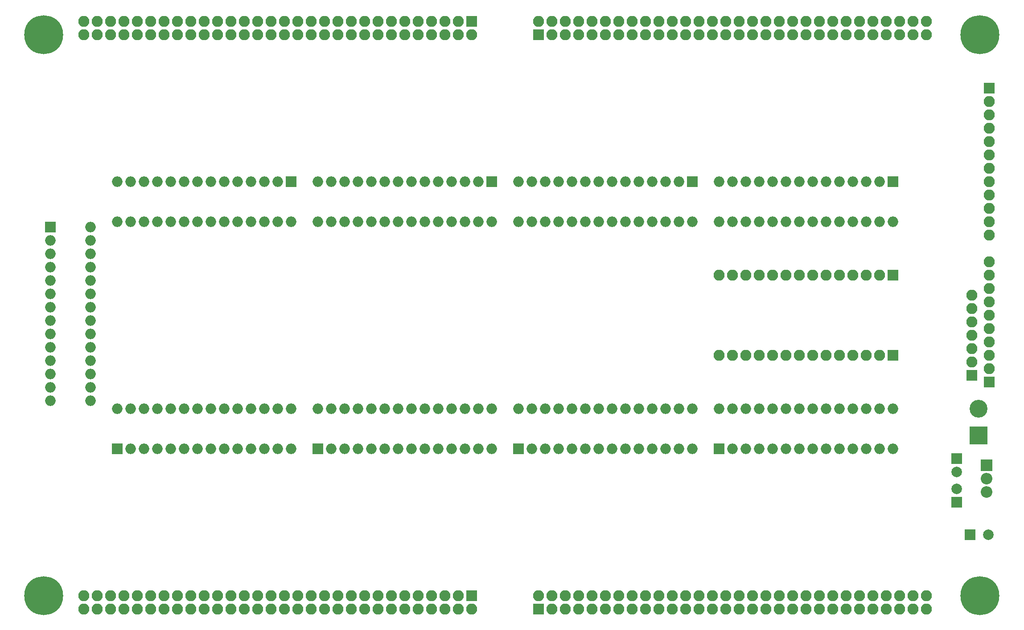
<source format=gbs>
G04 #@! TF.FileFunction,Soldermask,Bot*
%FSLAX46Y46*%
G04 Gerber Fmt 4.6, Leading zero omitted, Abs format (unit mm)*
G04 Created by KiCad (PCBNEW (2015-09-07 BZR 6168)-product) date Monday, March 05, 2018 'PMt' 11:48:28 PM*
%MOMM*%
G01*
G04 APERTURE LIST*
%ADD10C,0.100000*%
%ADD11R,2.100000X2.100000*%
%ADD12O,2.100000X2.100000*%
%ADD13R,3.400000X3.400000*%
%ADD14C,3.400000*%
%ADD15R,2.000000X2.000000*%
%ADD16O,2.000000X2.000000*%
%ADD17C,7.400000*%
%ADD18R,2.200000X2.200000*%
%ADD19O,2.200000X2.200000*%
%ADD20C,2.000000*%
G04 APERTURE END LIST*
D10*
D11*
X235458000Y-48260000D03*
D12*
X235458000Y-50800000D03*
X235458000Y-53340000D03*
X235458000Y-55880000D03*
X235458000Y-58420000D03*
X235458000Y-60960000D03*
X235458000Y-63500000D03*
X235458000Y-66040000D03*
X235458000Y-68580000D03*
X235458000Y-71120000D03*
X235458000Y-73660000D03*
X235458000Y-76200000D03*
D11*
X235458000Y-104140000D03*
D12*
X235458000Y-101600000D03*
X235458000Y-99060000D03*
X235458000Y-96520000D03*
X235458000Y-93980000D03*
X235458000Y-91440000D03*
X235458000Y-88900000D03*
X235458000Y-86360000D03*
X235458000Y-83820000D03*
X235458000Y-81280000D03*
D11*
X217170000Y-83820000D03*
D12*
X214630000Y-83820000D03*
X212090000Y-83820000D03*
X209550000Y-83820000D03*
X207010000Y-83820000D03*
X204470000Y-83820000D03*
X201930000Y-83820000D03*
X199390000Y-83820000D03*
X196850000Y-83820000D03*
X194310000Y-83820000D03*
X191770000Y-83820000D03*
X189230000Y-83820000D03*
X186690000Y-83820000D03*
X184150000Y-83820000D03*
D11*
X217170000Y-99060000D03*
D12*
X214630000Y-99060000D03*
X212090000Y-99060000D03*
X209550000Y-99060000D03*
X207010000Y-99060000D03*
X204470000Y-99060000D03*
X201930000Y-99060000D03*
X199390000Y-99060000D03*
X196850000Y-99060000D03*
X194310000Y-99060000D03*
X191770000Y-99060000D03*
X189230000Y-99060000D03*
X186690000Y-99060000D03*
X184150000Y-99060000D03*
D11*
X232156000Y-102870000D03*
D12*
X232156000Y-100330000D03*
X232156000Y-97790000D03*
X232156000Y-95250000D03*
X232156000Y-92710000D03*
X232156000Y-90170000D03*
X232156000Y-87630000D03*
D13*
X233426000Y-114300000D03*
D14*
X233426000Y-109220000D03*
D15*
X217170000Y-66040000D03*
D16*
X184150000Y-73660000D03*
X214630000Y-66040000D03*
X186690000Y-73660000D03*
X212090000Y-66040000D03*
X189230000Y-73660000D03*
X209550000Y-66040000D03*
X191770000Y-73660000D03*
X207010000Y-66040000D03*
X194310000Y-73660000D03*
X204470000Y-66040000D03*
X196850000Y-73660000D03*
X201930000Y-66040000D03*
X199390000Y-73660000D03*
X199390000Y-66040000D03*
X201930000Y-73660000D03*
X196850000Y-66040000D03*
X204470000Y-73660000D03*
X194310000Y-66040000D03*
X207010000Y-73660000D03*
X191770000Y-66040000D03*
X209550000Y-73660000D03*
X189230000Y-66040000D03*
X212090000Y-73660000D03*
X186690000Y-66040000D03*
X214630000Y-73660000D03*
X184150000Y-66040000D03*
X217170000Y-73660000D03*
D15*
X179070000Y-66040000D03*
D16*
X146050000Y-73660000D03*
X176530000Y-66040000D03*
X148590000Y-73660000D03*
X173990000Y-66040000D03*
X151130000Y-73660000D03*
X171450000Y-66040000D03*
X153670000Y-73660000D03*
X168910000Y-66040000D03*
X156210000Y-73660000D03*
X166370000Y-66040000D03*
X158750000Y-73660000D03*
X163830000Y-66040000D03*
X161290000Y-73660000D03*
X161290000Y-66040000D03*
X163830000Y-73660000D03*
X158750000Y-66040000D03*
X166370000Y-73660000D03*
X156210000Y-66040000D03*
X168910000Y-73660000D03*
X153670000Y-66040000D03*
X171450000Y-73660000D03*
X151130000Y-66040000D03*
X173990000Y-73660000D03*
X148590000Y-66040000D03*
X176530000Y-73660000D03*
X146050000Y-66040000D03*
X179070000Y-73660000D03*
D15*
X140970000Y-66040000D03*
D16*
X107950000Y-73660000D03*
X138430000Y-66040000D03*
X110490000Y-73660000D03*
X135890000Y-66040000D03*
X113030000Y-73660000D03*
X133350000Y-66040000D03*
X115570000Y-73660000D03*
X130810000Y-66040000D03*
X118110000Y-73660000D03*
X128270000Y-66040000D03*
X120650000Y-73660000D03*
X125730000Y-66040000D03*
X123190000Y-73660000D03*
X123190000Y-66040000D03*
X125730000Y-73660000D03*
X120650000Y-66040000D03*
X128270000Y-73660000D03*
X118110000Y-66040000D03*
X130810000Y-73660000D03*
X115570000Y-66040000D03*
X133350000Y-73660000D03*
X113030000Y-66040000D03*
X135890000Y-73660000D03*
X110490000Y-66040000D03*
X138430000Y-73660000D03*
X107950000Y-66040000D03*
X140970000Y-73660000D03*
D15*
X102870000Y-66040000D03*
D16*
X69850000Y-73660000D03*
X100330000Y-66040000D03*
X72390000Y-73660000D03*
X97790000Y-66040000D03*
X74930000Y-73660000D03*
X95250000Y-66040000D03*
X77470000Y-73660000D03*
X92710000Y-66040000D03*
X80010000Y-73660000D03*
X90170000Y-66040000D03*
X82550000Y-73660000D03*
X87630000Y-66040000D03*
X85090000Y-73660000D03*
X85090000Y-66040000D03*
X87630000Y-73660000D03*
X82550000Y-66040000D03*
X90170000Y-73660000D03*
X80010000Y-66040000D03*
X92710000Y-73660000D03*
X77470000Y-66040000D03*
X95250000Y-73660000D03*
X74930000Y-66040000D03*
X97790000Y-73660000D03*
X72390000Y-66040000D03*
X100330000Y-73660000D03*
X69850000Y-66040000D03*
X102870000Y-73660000D03*
D15*
X57150000Y-74676000D03*
D16*
X64770000Y-107696000D03*
X57150000Y-77216000D03*
X64770000Y-105156000D03*
X57150000Y-79756000D03*
X64770000Y-102616000D03*
X57150000Y-82296000D03*
X64770000Y-100076000D03*
X57150000Y-84836000D03*
X64770000Y-97536000D03*
X57150000Y-87376000D03*
X64770000Y-94996000D03*
X57150000Y-89916000D03*
X64770000Y-92456000D03*
X57150000Y-92456000D03*
X64770000Y-89916000D03*
X57150000Y-94996000D03*
X64770000Y-87376000D03*
X57150000Y-97536000D03*
X64770000Y-84836000D03*
X57150000Y-100076000D03*
X64770000Y-82296000D03*
X57150000Y-102616000D03*
X64770000Y-79756000D03*
X57150000Y-105156000D03*
X64770000Y-77216000D03*
X57150000Y-107696000D03*
X64770000Y-74676000D03*
D15*
X69850000Y-116840000D03*
D16*
X102870000Y-109220000D03*
X72390000Y-116840000D03*
X100330000Y-109220000D03*
X74930000Y-116840000D03*
X97790000Y-109220000D03*
X77470000Y-116840000D03*
X95250000Y-109220000D03*
X80010000Y-116840000D03*
X92710000Y-109220000D03*
X82550000Y-116840000D03*
X90170000Y-109220000D03*
X85090000Y-116840000D03*
X87630000Y-109220000D03*
X87630000Y-116840000D03*
X85090000Y-109220000D03*
X90170000Y-116840000D03*
X82550000Y-109220000D03*
X92710000Y-116840000D03*
X80010000Y-109220000D03*
X95250000Y-116840000D03*
X77470000Y-109220000D03*
X97790000Y-116840000D03*
X74930000Y-109220000D03*
X100330000Y-116840000D03*
X72390000Y-109220000D03*
X102870000Y-116840000D03*
X69850000Y-109220000D03*
D15*
X107950000Y-116840000D03*
D16*
X140970000Y-109220000D03*
X110490000Y-116840000D03*
X138430000Y-109220000D03*
X113030000Y-116840000D03*
X135890000Y-109220000D03*
X115570000Y-116840000D03*
X133350000Y-109220000D03*
X118110000Y-116840000D03*
X130810000Y-109220000D03*
X120650000Y-116840000D03*
X128270000Y-109220000D03*
X123190000Y-116840000D03*
X125730000Y-109220000D03*
X125730000Y-116840000D03*
X123190000Y-109220000D03*
X128270000Y-116840000D03*
X120650000Y-109220000D03*
X130810000Y-116840000D03*
X118110000Y-109220000D03*
X133350000Y-116840000D03*
X115570000Y-109220000D03*
X135890000Y-116840000D03*
X113030000Y-109220000D03*
X138430000Y-116840000D03*
X110490000Y-109220000D03*
X140970000Y-116840000D03*
X107950000Y-109220000D03*
D15*
X146050000Y-116840000D03*
D16*
X179070000Y-109220000D03*
X148590000Y-116840000D03*
X176530000Y-109220000D03*
X151130000Y-116840000D03*
X173990000Y-109220000D03*
X153670000Y-116840000D03*
X171450000Y-109220000D03*
X156210000Y-116840000D03*
X168910000Y-109220000D03*
X158750000Y-116840000D03*
X166370000Y-109220000D03*
X161290000Y-116840000D03*
X163830000Y-109220000D03*
X163830000Y-116840000D03*
X161290000Y-109220000D03*
X166370000Y-116840000D03*
X158750000Y-109220000D03*
X168910000Y-116840000D03*
X156210000Y-109220000D03*
X171450000Y-116840000D03*
X153670000Y-109220000D03*
X173990000Y-116840000D03*
X151130000Y-109220000D03*
X176530000Y-116840000D03*
X148590000Y-109220000D03*
X179070000Y-116840000D03*
X146050000Y-109220000D03*
D15*
X184150000Y-116840000D03*
D16*
X217170000Y-109220000D03*
X186690000Y-116840000D03*
X214630000Y-109220000D03*
X189230000Y-116840000D03*
X212090000Y-109220000D03*
X191770000Y-116840000D03*
X209550000Y-109220000D03*
X194310000Y-116840000D03*
X207010000Y-109220000D03*
X196850000Y-116840000D03*
X204470000Y-109220000D03*
X199390000Y-116840000D03*
X201930000Y-109220000D03*
X201930000Y-116840000D03*
X199390000Y-109220000D03*
X204470000Y-116840000D03*
X196850000Y-109220000D03*
X207010000Y-116840000D03*
X194310000Y-109220000D03*
X209550000Y-116840000D03*
X191770000Y-109220000D03*
X212090000Y-116840000D03*
X189230000Y-109220000D03*
X214630000Y-116840000D03*
X186690000Y-109220000D03*
X217170000Y-116840000D03*
X184150000Y-109220000D03*
D11*
X137160000Y-35560000D03*
D12*
X137160000Y-38100000D03*
X134620000Y-35560000D03*
X134620000Y-38100000D03*
X132080000Y-35560000D03*
X132080000Y-38100000D03*
X129540000Y-35560000D03*
X129540000Y-38100000D03*
X127000000Y-35560000D03*
X127000000Y-38100000D03*
X124460000Y-35560000D03*
X124460000Y-38100000D03*
X121920000Y-35560000D03*
X121920000Y-38100000D03*
X119380000Y-35560000D03*
X119380000Y-38100000D03*
X116840000Y-35560000D03*
X116840000Y-38100000D03*
X114300000Y-35560000D03*
X114300000Y-38100000D03*
X111760000Y-35560000D03*
X111760000Y-38100000D03*
X109220000Y-35560000D03*
X109220000Y-38100000D03*
X106680000Y-35560000D03*
X106680000Y-38100000D03*
X104140000Y-35560000D03*
X104140000Y-38100000D03*
X101600000Y-35560000D03*
X101600000Y-38100000D03*
X99060000Y-35560000D03*
X99060000Y-38100000D03*
X96520000Y-35560000D03*
X96520000Y-38100000D03*
X93980000Y-35560000D03*
X93980000Y-38100000D03*
X91440000Y-35560000D03*
X91440000Y-38100000D03*
X88900000Y-35560000D03*
X88900000Y-38100000D03*
X86360000Y-35560000D03*
X86360000Y-38100000D03*
X83820000Y-35560000D03*
X83820000Y-38100000D03*
X81280000Y-35560000D03*
X81280000Y-38100000D03*
X78740000Y-35560000D03*
X78740000Y-38100000D03*
X76200000Y-35560000D03*
X76200000Y-38100000D03*
X73660000Y-35560000D03*
X73660000Y-38100000D03*
X71120000Y-35560000D03*
X71120000Y-38100000D03*
X68580000Y-35560000D03*
X68580000Y-38100000D03*
X66040000Y-35560000D03*
X66040000Y-38100000D03*
X63500000Y-35560000D03*
X63500000Y-38100000D03*
D11*
X137160000Y-144780000D03*
D12*
X137160000Y-147320000D03*
X134620000Y-144780000D03*
X134620000Y-147320000D03*
X132080000Y-144780000D03*
X132080000Y-147320000D03*
X129540000Y-144780000D03*
X129540000Y-147320000D03*
X127000000Y-144780000D03*
X127000000Y-147320000D03*
X124460000Y-144780000D03*
X124460000Y-147320000D03*
X121920000Y-144780000D03*
X121920000Y-147320000D03*
X119380000Y-144780000D03*
X119380000Y-147320000D03*
X116840000Y-144780000D03*
X116840000Y-147320000D03*
X114300000Y-144780000D03*
X114300000Y-147320000D03*
X111760000Y-144780000D03*
X111760000Y-147320000D03*
X109220000Y-144780000D03*
X109220000Y-147320000D03*
X106680000Y-144780000D03*
X106680000Y-147320000D03*
X104140000Y-144780000D03*
X104140000Y-147320000D03*
X101600000Y-144780000D03*
X101600000Y-147320000D03*
X99060000Y-144780000D03*
X99060000Y-147320000D03*
X96520000Y-144780000D03*
X96520000Y-147320000D03*
X93980000Y-144780000D03*
X93980000Y-147320000D03*
X91440000Y-144780000D03*
X91440000Y-147320000D03*
X88900000Y-144780000D03*
X88900000Y-147320000D03*
X86360000Y-144780000D03*
X86360000Y-147320000D03*
X83820000Y-144780000D03*
X83820000Y-147320000D03*
X81280000Y-144780000D03*
X81280000Y-147320000D03*
X78740000Y-144780000D03*
X78740000Y-147320000D03*
X76200000Y-144780000D03*
X76200000Y-147320000D03*
X73660000Y-144780000D03*
X73660000Y-147320000D03*
X71120000Y-144780000D03*
X71120000Y-147320000D03*
X68580000Y-144780000D03*
X68580000Y-147320000D03*
X66040000Y-144780000D03*
X66040000Y-147320000D03*
X63500000Y-144780000D03*
X63500000Y-147320000D03*
D11*
X149860000Y-38100000D03*
D12*
X149860000Y-35560000D03*
X152400000Y-38100000D03*
X152400000Y-35560000D03*
X154940000Y-38100000D03*
X154940000Y-35560000D03*
X157480000Y-38100000D03*
X157480000Y-35560000D03*
X160020000Y-38100000D03*
X160020000Y-35560000D03*
X162560000Y-38100000D03*
X162560000Y-35560000D03*
X165100000Y-38100000D03*
X165100000Y-35560000D03*
X167640000Y-38100000D03*
X167640000Y-35560000D03*
X170180000Y-38100000D03*
X170180000Y-35560000D03*
X172720000Y-38100000D03*
X172720000Y-35560000D03*
X175260000Y-38100000D03*
X175260000Y-35560000D03*
X177800000Y-38100000D03*
X177800000Y-35560000D03*
X180340000Y-38100000D03*
X180340000Y-35560000D03*
X182880000Y-38100000D03*
X182880000Y-35560000D03*
X185420000Y-38100000D03*
X185420000Y-35560000D03*
X187960000Y-38100000D03*
X187960000Y-35560000D03*
X190500000Y-38100000D03*
X190500000Y-35560000D03*
X193040000Y-38100000D03*
X193040000Y-35560000D03*
X195580000Y-38100000D03*
X195580000Y-35560000D03*
X198120000Y-38100000D03*
X198120000Y-35560000D03*
X200660000Y-38100000D03*
X200660000Y-35560000D03*
X203200000Y-38100000D03*
X203200000Y-35560000D03*
X205740000Y-38100000D03*
X205740000Y-35560000D03*
X208280000Y-38100000D03*
X208280000Y-35560000D03*
X210820000Y-38100000D03*
X210820000Y-35560000D03*
X213360000Y-38100000D03*
X213360000Y-35560000D03*
X215900000Y-38100000D03*
X215900000Y-35560000D03*
X218440000Y-38100000D03*
X218440000Y-35560000D03*
X220980000Y-38100000D03*
X220980000Y-35560000D03*
X223520000Y-38100000D03*
X223520000Y-35560000D03*
D11*
X149860000Y-147320000D03*
D12*
X149860000Y-144780000D03*
X152400000Y-147320000D03*
X152400000Y-144780000D03*
X154940000Y-147320000D03*
X154940000Y-144780000D03*
X157480000Y-147320000D03*
X157480000Y-144780000D03*
X160020000Y-147320000D03*
X160020000Y-144780000D03*
X162560000Y-147320000D03*
X162560000Y-144780000D03*
X165100000Y-147320000D03*
X165100000Y-144780000D03*
X167640000Y-147320000D03*
X167640000Y-144780000D03*
X170180000Y-147320000D03*
X170180000Y-144780000D03*
X172720000Y-147320000D03*
X172720000Y-144780000D03*
X175260000Y-147320000D03*
X175260000Y-144780000D03*
X177800000Y-147320000D03*
X177800000Y-144780000D03*
X180340000Y-147320000D03*
X180340000Y-144780000D03*
X182880000Y-147320000D03*
X182880000Y-144780000D03*
X185420000Y-147320000D03*
X185420000Y-144780000D03*
X187960000Y-147320000D03*
X187960000Y-144780000D03*
X190500000Y-147320000D03*
X190500000Y-144780000D03*
X193040000Y-147320000D03*
X193040000Y-144780000D03*
X195580000Y-147320000D03*
X195580000Y-144780000D03*
X198120000Y-147320000D03*
X198120000Y-144780000D03*
X200660000Y-147320000D03*
X200660000Y-144780000D03*
X203200000Y-147320000D03*
X203200000Y-144780000D03*
X205740000Y-147320000D03*
X205740000Y-144780000D03*
X208280000Y-147320000D03*
X208280000Y-144780000D03*
X210820000Y-147320000D03*
X210820000Y-144780000D03*
X213360000Y-147320000D03*
X213360000Y-144780000D03*
X215900000Y-147320000D03*
X215900000Y-144780000D03*
X218440000Y-147320000D03*
X218440000Y-144780000D03*
X220980000Y-147320000D03*
X220980000Y-144780000D03*
X223520000Y-147320000D03*
X223520000Y-144780000D03*
D17*
X233680000Y-38100000D03*
X55880000Y-38100000D03*
X55880000Y-144780000D03*
X233680000Y-144780000D03*
D18*
X234950000Y-120015000D03*
D19*
X234950000Y-122555000D03*
X234950000Y-125095000D03*
D15*
X229235000Y-118745000D03*
D20*
X229235000Y-121245000D03*
D15*
X231775000Y-133223000D03*
D20*
X235275000Y-133223000D03*
D15*
X229235000Y-127000000D03*
D20*
X229235000Y-124500000D03*
M02*

</source>
